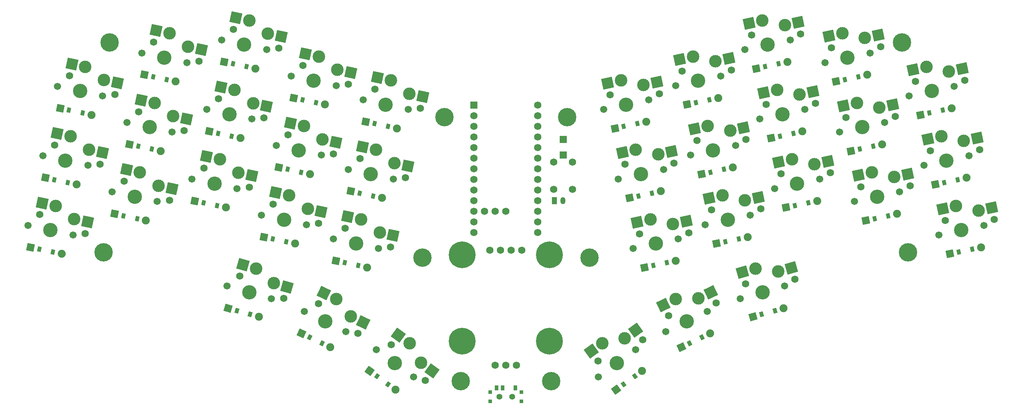
<source format=gbr>
%TF.GenerationSoftware,KiCad,Pcbnew,8.0.1*%
%TF.CreationDate,2025-12-13T21:48:51+01:00*%
%TF.ProjectId,fat_cruiser,6661745f-6372-4756-9973-65722e6b6963,v2.0.0*%
%TF.SameCoordinates,Original*%
%TF.FileFunction,Soldermask,Bot*%
%TF.FilePolarity,Negative*%
%FSLAX46Y46*%
G04 Gerber Fmt 4.6, Leading zero omitted, Abs format (unit mm)*
G04 Created by KiCad (PCBNEW 8.0.1) date 2025-12-13 21:48:51*
%MOMM*%
%LPD*%
G01*
G04 APERTURE LIST*
G04 Aperture macros list*
%AMRotRect*
0 Rectangle, with rotation*
0 The origin of the aperture is its center*
0 $1 length*
0 $2 width*
0 $3 Rotation angle, in degrees counterclockwise*
0 Add horizontal line*
21,1,$1,$2,0,0,$3*%
G04 Aperture macros list end*
%ADD10C,1.400000*%
%ADD11R,0.900000X1.250000*%
%ADD12R,0.900000X0.900000*%
%ADD13C,3.429000*%
%ADD14C,1.701800*%
%ADD15C,3.000000*%
%ADD16RotRect,2.600000X2.600000X348.000000*%
%ADD17C,1.752600*%
%ADD18RotRect,2.600000X2.600000X344.000000*%
%ADD19RotRect,2.600000X2.600000X334.000000*%
%ADD20RotRect,2.600000X2.600000X324.000000*%
%ADD21RotRect,2.600000X2.600000X12.000000*%
%ADD22RotRect,2.600000X2.600000X16.000000*%
%ADD23RotRect,2.600000X2.600000X26.000000*%
%ADD24RotRect,2.600000X2.600000X36.000000*%
%ADD25RotRect,0.900000X1.200000X348.000000*%
%ADD26RotRect,1.778000X1.778000X348.000000*%
%ADD27C,1.905000*%
%ADD28RotRect,0.900000X1.200000X344.000000*%
%ADD29RotRect,1.778000X1.778000X344.000000*%
%ADD30RotRect,0.900000X1.200000X334.000000*%
%ADD31RotRect,1.778000X1.778000X334.000000*%
%ADD32RotRect,0.900000X1.200000X324.000000*%
%ADD33RotRect,1.778000X1.778000X324.000000*%
%ADD34RotRect,0.900000X1.200000X12.000000*%
%ADD35RotRect,1.778000X1.778000X12.000000*%
%ADD36RotRect,0.900000X1.200000X16.000000*%
%ADD37RotRect,1.778000X1.778000X16.000000*%
%ADD38RotRect,0.900000X1.200000X26.000000*%
%ADD39RotRect,1.778000X1.778000X26.000000*%
%ADD40RotRect,0.900000X1.200000X36.000000*%
%ADD41RotRect,1.778000X1.778000X36.000000*%
%ADD42R,1.752600X1.752600*%
%ADD43C,6.400000*%
%ADD44C,4.400000*%
%ADD45R,1.800000X1.800000*%
%ADD46R,1.200000X1.700000*%
%ADD47O,1.200000X1.700000*%
G04 APERTURE END LIST*
D10*
%TO.C,T4*%
X153252326Y-142957441D03*
X156252326Y-142957445D03*
%TD*%
D11*
%TO.C,T5*%
X157002326Y-140882443D03*
X154002328Y-140882443D03*
X152502326Y-140882443D03*
D12*
X151052326Y-144057443D03*
X151052326Y-141857443D03*
X158452326Y-141857443D03*
X158452326Y-144057443D03*
%TD*%
D13*
%TO.C,S1*%
X46052596Y-103112955D03*
D14*
X51432408Y-104256469D03*
X40672784Y-101969441D03*
D15*
X51723003Y-100484460D03*
X47289671Y-97292977D03*
D16*
X44086237Y-96612066D03*
X54926436Y-101165371D03*
D17*
X43493689Y-99399787D03*
X54333888Y-103953091D03*
%TD*%
D13*
%TO.C,S2*%
X49587090Y-86484449D03*
D14*
X54966902Y-87627963D03*
X44207278Y-85340935D03*
D15*
X55257497Y-83855954D03*
X50824165Y-80664471D03*
D16*
X47620731Y-79983560D03*
X58460930Y-84536865D03*
D17*
X47028183Y-82771281D03*
X57868382Y-87324585D03*
%TD*%
D13*
%TO.C,S3*%
X53121592Y-69855940D03*
D14*
X58501404Y-70999454D03*
X47741780Y-68712426D03*
D15*
X58791999Y-67227445D03*
X54358667Y-64035962D03*
D16*
X51155233Y-63355051D03*
X61995432Y-67908356D03*
D17*
X50562685Y-66142772D03*
X61402884Y-70696076D03*
%TD*%
D13*
%TO.C,S4*%
X66154191Y-95117597D03*
D14*
X71534003Y-96261111D03*
X60774379Y-93974083D03*
D15*
X71824598Y-92489102D03*
X67391266Y-89297619D03*
D16*
X64187832Y-88616708D03*
X75028031Y-93170013D03*
D17*
X63595284Y-91404429D03*
X74435483Y-95957733D03*
%TD*%
D13*
%TO.C,S5*%
X69688689Y-78489087D03*
D14*
X75068501Y-79632601D03*
X64308877Y-77345573D03*
D15*
X75359096Y-75860592D03*
X70925764Y-72669109D03*
D16*
X67722330Y-71988198D03*
X78562529Y-76541503D03*
D17*
X67129782Y-74775919D03*
X77969981Y-79329223D03*
%TD*%
D13*
%TO.C,S6*%
X73223187Y-61860577D03*
D14*
X78602999Y-63004091D03*
X67843375Y-60717063D03*
D15*
X78893594Y-59232082D03*
X74460262Y-56040599D03*
D16*
X71256828Y-55359688D03*
X82097027Y-59912993D03*
D17*
X70664280Y-58147409D03*
X81504479Y-62700713D03*
%TD*%
D13*
%TO.C,S7*%
X85216228Y-92012973D03*
D14*
X90596040Y-93156487D03*
X79836416Y-90869459D03*
D15*
X90886635Y-89384478D03*
X86453303Y-86192995D03*
D16*
X83249869Y-85512084D03*
X94090068Y-90065389D03*
D17*
X82657321Y-88299805D03*
X93497520Y-92853109D03*
%TD*%
D13*
%TO.C,S8*%
X88750729Y-75384465D03*
D14*
X94130541Y-76527979D03*
X83370917Y-74240951D03*
D15*
X94421136Y-72755970D03*
X89987804Y-69564487D03*
D16*
X86784370Y-68883576D03*
X97624569Y-73436881D03*
D17*
X86191822Y-71671297D03*
X97032021Y-76224601D03*
%TD*%
D13*
%TO.C,S9*%
X92285228Y-58755956D03*
D14*
X97665040Y-59899470D03*
X86905416Y-57612442D03*
D15*
X97955635Y-56127461D03*
X93522303Y-52935978D03*
D16*
X90318869Y-52255067D03*
X101159068Y-56808372D03*
D17*
X89726321Y-55042788D03*
X100566520Y-59596092D03*
%TD*%
D13*
%TO.C,S10*%
X101783326Y-100646122D03*
D14*
X107163138Y-101789636D03*
X96403514Y-99502608D03*
D15*
X107453733Y-98017627D03*
X103020401Y-94826144D03*
D16*
X99816967Y-94145233D03*
X110657166Y-98698538D03*
D17*
X99224419Y-96932954D03*
X110064618Y-101486258D03*
%TD*%
D13*
%TO.C,S11*%
X105317822Y-84017614D03*
D14*
X110697634Y-85161128D03*
X99938010Y-82874100D03*
D15*
X110988229Y-81389119D03*
X106554897Y-78197636D03*
D16*
X103351463Y-77516725D03*
X114191662Y-82070030D03*
D17*
X102758915Y-80304446D03*
X113599114Y-84857750D03*
%TD*%
D13*
%TO.C,S12*%
X108852326Y-67389104D03*
D14*
X114232138Y-68532618D03*
X103472514Y-66245590D03*
D15*
X114522733Y-64760609D03*
X110089401Y-61569126D03*
D16*
X106885967Y-60888215D03*
X117726166Y-65441520D03*
D17*
X106293419Y-63675936D03*
X117133618Y-68229240D03*
%TD*%
D13*
%TO.C,S13*%
X118974162Y-106344828D03*
D14*
X124353974Y-107488342D03*
X113594350Y-105201314D03*
D15*
X124644569Y-103716333D03*
X120211237Y-100524850D03*
D16*
X117007803Y-99843939D03*
X127848002Y-104397244D03*
D17*
X116415255Y-102631660D03*
X127255454Y-107184964D03*
%TD*%
D13*
%TO.C,S14*%
X122508661Y-89716319D03*
D14*
X127888473Y-90859833D03*
X117128849Y-88572805D03*
D15*
X128179068Y-87087824D03*
X123745736Y-83896341D03*
D16*
X120542302Y-83215430D03*
X131382501Y-87768735D03*
D17*
X119949754Y-86003151D03*
X130789953Y-90556455D03*
%TD*%
D13*
%TO.C,S15*%
X126043158Y-73087809D03*
D14*
X131422970Y-74231323D03*
X120663346Y-71944295D03*
D15*
X131713565Y-70459314D03*
X127280233Y-67267831D03*
D16*
X124076799Y-66586920D03*
X134916998Y-71140225D03*
D17*
X123484251Y-69374641D03*
X134324450Y-73927945D03*
%TD*%
D13*
%TO.C,S16*%
X93493716Y-118001879D03*
D14*
X98780655Y-119517884D03*
X88206777Y-116485874D03*
D15*
X99333665Y-115775334D03*
X95133759Y-112282372D03*
D18*
X91985626Y-111379660D03*
X102481797Y-116678047D03*
D17*
X91200060Y-114119255D03*
X101696231Y-119417643D03*
%TD*%
D13*
%TO.C,S17*%
X111617455Y-124958932D03*
D14*
X116560822Y-127369973D03*
X106674088Y-122547891D03*
D15*
X117755317Y-123780310D03*
X114225765Y-119611107D03*
D19*
X111282213Y-118175442D03*
X120698868Y-125215976D03*
D17*
X110032855Y-120737005D03*
X119449508Y-127777539D03*
%TD*%
D13*
%TO.C,S18*%
X128257773Y-134957442D03*
D14*
X132707366Y-138190261D03*
X123808180Y-131724623D03*
D15*
X134507053Y-134862555D03*
X131755095Y-130143791D03*
D20*
X129105564Y-128218794D03*
X137156583Y-136787551D03*
D17*
X127430377Y-130524493D03*
X135481395Y-139093250D03*
%TD*%
D13*
%TO.C,S19*%
X263452058Y-103112957D03*
D14*
X268831870Y-101969443D03*
X258072246Y-104256471D03*
D15*
X267563127Y-98405345D03*
X262214983Y-97292979D03*
D21*
X259011550Y-97973890D03*
X270766561Y-97724434D03*
D17*
X259604098Y-100761610D03*
X271359109Y-100512155D03*
%TD*%
D13*
%TO.C,S20*%
X259917556Y-86484448D03*
D14*
X265297368Y-85340934D03*
X254537744Y-87627962D03*
D15*
X264028625Y-81776836D03*
X258680481Y-80664470D03*
D21*
X255477048Y-81345381D03*
X267232059Y-81095925D03*
D17*
X256069596Y-84133101D03*
X267824607Y-83883646D03*
%TD*%
D13*
%TO.C,S21*%
X256383058Y-69855939D03*
D14*
X261762870Y-68712425D03*
X251003246Y-70999453D03*
D15*
X260494127Y-65148327D03*
X255145983Y-64035961D03*
D21*
X251942550Y-64716872D03*
X263697561Y-64467416D03*
D17*
X252535098Y-67504592D03*
X264290109Y-67255137D03*
%TD*%
D13*
%TO.C,S22*%
X243350457Y-95117597D03*
D14*
X248730269Y-93974083D03*
X237970645Y-96261111D03*
D15*
X247461526Y-90409985D03*
X242113382Y-89297619D03*
D21*
X238909949Y-89978530D03*
X250664960Y-89729074D03*
D17*
X239502497Y-92766250D03*
X251257508Y-92516795D03*
%TD*%
D13*
%TO.C,S23*%
X239815961Y-78489086D03*
D14*
X245195773Y-77345572D03*
X234436149Y-79632600D03*
D15*
X243927030Y-73781474D03*
X238578886Y-72669108D03*
D21*
X235375453Y-73350019D03*
X247130464Y-73100563D03*
D17*
X235968001Y-76137739D03*
X247723012Y-75888284D03*
%TD*%
D13*
%TO.C,S24*%
X236281463Y-61860578D03*
D14*
X241661275Y-60717064D03*
X230901651Y-63004092D03*
D15*
X240392532Y-57152966D03*
X235044388Y-56040600D03*
D21*
X231840955Y-56721511D03*
X243595966Y-56472055D03*
D17*
X232433503Y-59509231D03*
X244188514Y-59259776D03*
%TD*%
D13*
%TO.C,S25*%
X224288421Y-92012973D03*
D14*
X229668233Y-90869459D03*
X218908609Y-93156487D03*
D15*
X228399490Y-87305361D03*
X223051346Y-86192995D03*
D21*
X219847913Y-86873906D03*
X231602924Y-86624450D03*
D17*
X220440461Y-89661626D03*
X232195472Y-89412171D03*
%TD*%
D13*
%TO.C,S26*%
X220753921Y-75384465D03*
D14*
X226133733Y-74240951D03*
X215374109Y-76527979D03*
D15*
X224864990Y-70676853D03*
X219516846Y-69564487D03*
D21*
X216313413Y-70245398D03*
X228068424Y-69995942D03*
D17*
X216905961Y-73033118D03*
X228660972Y-72783663D03*
%TD*%
D13*
%TO.C,S27*%
X217219423Y-58755955D03*
D14*
X222599235Y-57612441D03*
X211839611Y-59899469D03*
D15*
X221330492Y-54048343D03*
X215982348Y-52935977D03*
D21*
X212778915Y-53616888D03*
X224533926Y-53367432D03*
D17*
X213371463Y-56404608D03*
X225126474Y-56155153D03*
%TD*%
D13*
%TO.C,S28*%
X207721323Y-100646123D03*
D14*
X213101135Y-99502609D03*
X202341511Y-101789637D03*
D15*
X211832392Y-95938511D03*
X206484248Y-94826145D03*
D21*
X203280815Y-95507056D03*
X215035826Y-95257600D03*
D17*
X203873363Y-98294776D03*
X215628374Y-98045321D03*
%TD*%
D13*
%TO.C,S29*%
X204186822Y-84017613D03*
D14*
X209566634Y-82874099D03*
X198807010Y-85161127D03*
D15*
X208297891Y-79310001D03*
X202949747Y-78197635D03*
D21*
X199746314Y-78878546D03*
X211501325Y-78629090D03*
D17*
X200338862Y-81666266D03*
X212093873Y-81416811D03*
%TD*%
D13*
%TO.C,S30*%
X200652325Y-67389103D03*
D14*
X206032137Y-66245589D03*
X195272513Y-68532617D03*
D15*
X204763394Y-62681491D03*
X199415250Y-61569125D03*
D21*
X196211817Y-62250036D03*
X207966828Y-62000580D03*
D17*
X196804365Y-65037756D03*
X208559376Y-64788301D03*
%TD*%
D13*
%TO.C,S31*%
X190530488Y-106344830D03*
D14*
X195910300Y-105201316D03*
X185150676Y-107488344D03*
D15*
X194641557Y-101637218D03*
X189293413Y-100524852D03*
D21*
X186089980Y-101205763D03*
X197844991Y-100956307D03*
D17*
X186682528Y-103993483D03*
X198437539Y-103744028D03*
%TD*%
D13*
%TO.C,S32*%
X186995990Y-89716317D03*
D14*
X192375802Y-88572803D03*
X181616178Y-90859831D03*
D15*
X191107059Y-85008705D03*
X185758915Y-83896339D03*
D21*
X182555482Y-84577250D03*
X194310493Y-84327794D03*
D17*
X183148030Y-87364970D03*
X194903041Y-87115515D03*
%TD*%
D13*
%TO.C,S33*%
X183461494Y-73087810D03*
D14*
X188841306Y-71944296D03*
X178081682Y-74231324D03*
D15*
X187572563Y-68380198D03*
X182224419Y-67267832D03*
D21*
X179020986Y-67948743D03*
X190775997Y-67699287D03*
D17*
X179613534Y-70736463D03*
X191368545Y-70487008D03*
%TD*%
D13*
%TO.C,S34*%
X216010934Y-118001879D03*
D14*
X221297873Y-116485874D03*
X210723995Y-119517884D03*
D15*
X219783602Y-113018961D03*
X214370891Y-112282372D03*
D22*
X211222760Y-113185084D03*
X222931734Y-112116249D03*
D17*
X212008326Y-115924680D03*
X223717301Y-114855844D03*
%TD*%
D13*
%TO.C,S35*%
X197887196Y-124958930D03*
D14*
X202830563Y-122547889D03*
X192943829Y-127369971D03*
D15*
X200737274Y-119396597D03*
X195278886Y-119611105D03*
D23*
X192335337Y-121046771D03*
X203680825Y-117960931D03*
D17*
X193584695Y-123608334D03*
X204930183Y-120522494D03*
%TD*%
D13*
%TO.C,S36*%
X181246877Y-134957445D03*
D14*
X185696470Y-131724626D03*
X176797284Y-138190264D03*
D15*
X183087767Y-128984705D03*
X177749555Y-130143794D03*
D24*
X175100023Y-132068791D03*
X185737298Y-127059710D03*
D17*
X176775212Y-134374489D03*
X187412486Y-129365407D03*
%TD*%
D25*
%TO.C,D1*%
X46626977Y-108346749D03*
X43399089Y-107660641D03*
D26*
X41286291Y-107211550D03*
D27*
X48739775Y-108795840D03*
%TD*%
D25*
%TO.C,D2*%
X50161476Y-91718243D03*
X46933588Y-91032135D03*
D26*
X44820790Y-90583044D03*
D27*
X52274274Y-92167334D03*
%TD*%
D25*
%TO.C,D3*%
X53695974Y-75089731D03*
X50468086Y-74403623D03*
D26*
X48355288Y-73954532D03*
D27*
X55808772Y-75538822D03*
%TD*%
D25*
%TO.C,D4*%
X66728576Y-100351391D03*
X63500688Y-99665283D03*
D26*
X61387890Y-99216192D03*
D27*
X68841374Y-100800482D03*
%TD*%
D25*
%TO.C,D5*%
X70263074Y-83722877D03*
X67035186Y-83036769D03*
D26*
X64922388Y-82587678D03*
D27*
X72375872Y-84171968D03*
%TD*%
D25*
%TO.C,D6*%
X73797575Y-67094369D03*
X70569687Y-66408261D03*
D26*
X68456889Y-65959170D03*
D27*
X75910373Y-67543460D03*
%TD*%
D25*
%TO.C,D7*%
X85790616Y-97246766D03*
X82562728Y-96560658D03*
D26*
X80449930Y-96111567D03*
D27*
X87903414Y-97695857D03*
%TD*%
D25*
%TO.C,D8*%
X89325111Y-80618257D03*
X86097223Y-79932149D03*
D26*
X83984425Y-79483058D03*
D27*
X91437909Y-81067348D03*
%TD*%
D25*
%TO.C,D9*%
X92859611Y-63989745D03*
X89631723Y-63303637D03*
D26*
X87518925Y-62854546D03*
D27*
X94972409Y-64438836D03*
%TD*%
D25*
%TO.C,D10*%
X102357711Y-105879915D03*
X99129823Y-105193807D03*
D26*
X97017025Y-104744716D03*
D27*
X104470509Y-106329006D03*
%TD*%
D25*
%TO.C,D11*%
X105892213Y-89251404D03*
X102664325Y-88565296D03*
D26*
X100551527Y-88116205D03*
D27*
X108005011Y-89700495D03*
%TD*%
D25*
%TO.C,D12*%
X109426709Y-72622899D03*
X106198821Y-71936791D03*
D26*
X104086023Y-71487700D03*
D27*
X111539507Y-73071990D03*
%TD*%
D25*
%TO.C,D13*%
X119548547Y-111578618D03*
X116320659Y-110892510D03*
D26*
X114207861Y-110443419D03*
D27*
X121661345Y-112027709D03*
%TD*%
D25*
%TO.C,D14*%
X123083043Y-94950109D03*
X119855155Y-94264001D03*
D26*
X117742357Y-93814910D03*
D27*
X125195841Y-95399200D03*
%TD*%
D25*
%TO.C,D15*%
X126617541Y-78321601D03*
X123389653Y-77635493D03*
D26*
X121276855Y-77186402D03*
D27*
X128730339Y-78770692D03*
%TD*%
D28*
%TO.C,D16*%
X93701609Y-123262988D03*
X90529445Y-122353388D03*
D29*
X88453120Y-121758010D03*
D27*
X95777934Y-123858366D03*
%TD*%
D30*
%TO.C,D17*%
X110908607Y-130176215D03*
X107942587Y-128729591D03*
D31*
X106001192Y-127782709D03*
D27*
X112850002Y-131123097D03*
%TD*%
D32*
%TO.C,D18*%
X126653724Y-139972374D03*
X123983968Y-138032682D03*
D33*
X122236492Y-136763066D03*
D27*
X128401200Y-141241990D03*
%TD*%
D34*
%TO.C,D19*%
X266105559Y-107660640D03*
X262877671Y-108346748D03*
D35*
X260764873Y-108795839D03*
D27*
X268218357Y-107211549D03*
%TD*%
D34*
%TO.C,D20*%
X262571058Y-91032130D03*
X259343170Y-91718238D03*
D35*
X257230372Y-92167329D03*
D27*
X264683856Y-90583039D03*
%TD*%
D34*
%TO.C,D21*%
X259036561Y-74403621D03*
X255808673Y-75089729D03*
D35*
X253695875Y-75538820D03*
D27*
X261149359Y-73954530D03*
%TD*%
D34*
%TO.C,D22*%
X246003959Y-99665282D03*
X242776071Y-100351390D03*
D35*
X240663273Y-100800481D03*
D27*
X248116757Y-99216191D03*
%TD*%
D34*
%TO.C,D23*%
X242469461Y-83036771D03*
X239241573Y-83722879D03*
D35*
X237128775Y-84171970D03*
D27*
X244582259Y-82587680D03*
%TD*%
D34*
%TO.C,D24*%
X238934965Y-66408260D03*
X235707077Y-67094368D03*
D35*
X233594279Y-67543459D03*
D27*
X241047763Y-65959169D03*
%TD*%
D34*
%TO.C,D25*%
X226941923Y-96560658D03*
X223714035Y-97246766D03*
D35*
X221601237Y-97695857D03*
D27*
X229054721Y-96111567D03*
%TD*%
D34*
%TO.C,D26*%
X223407426Y-79932148D03*
X220179538Y-80618256D03*
D35*
X218066740Y-81067347D03*
D27*
X225520224Y-79483057D03*
%TD*%
D34*
%TO.C,D27*%
X219872926Y-63303638D03*
X216645038Y-63989746D03*
D35*
X214532240Y-64438837D03*
D27*
X221985724Y-62854547D03*
%TD*%
D34*
%TO.C,D28*%
X210374824Y-105193805D03*
X207146936Y-105879913D03*
D35*
X205034138Y-106329004D03*
D27*
X212487622Y-104744714D03*
%TD*%
D34*
%TO.C,D29*%
X206840323Y-88565298D03*
X203612435Y-89251406D03*
D35*
X201499637Y-89700497D03*
D27*
X208953121Y-88116207D03*
%TD*%
D34*
%TO.C,D30*%
X203305826Y-71936789D03*
X200077938Y-72622897D03*
D35*
X197965140Y-73071988D03*
D27*
X205418624Y-71487698D03*
%TD*%
D34*
%TO.C,D31*%
X193183992Y-110892512D03*
X189956104Y-111578620D03*
D35*
X187843306Y-112027711D03*
D27*
X195296790Y-110443421D03*
%TD*%
D34*
%TO.C,D32*%
X189649494Y-94264005D03*
X186421606Y-94950113D03*
D35*
X184308808Y-95399204D03*
D27*
X191762292Y-93814914D03*
%TD*%
D34*
%TO.C,D33*%
X186114992Y-77635493D03*
X182887104Y-78321601D03*
D35*
X180774306Y-78770692D03*
D27*
X188227790Y-77186402D03*
%TD*%
D36*
%TO.C,D34*%
X218975205Y-122353386D03*
X215803041Y-123262990D03*
D37*
X213726716Y-123858366D03*
D27*
X221051530Y-121758010D03*
%TD*%
D38*
%TO.C,D35*%
X201562062Y-128729590D03*
X198596042Y-130176214D03*
D39*
X196654647Y-131123096D03*
D27*
X203503457Y-127782708D03*
%TD*%
D40*
%TO.C,D36*%
X185520683Y-138032684D03*
X182850927Y-139972376D03*
D41*
X181103451Y-141241992D03*
D27*
X187268159Y-136763068D03*
%TD*%
D42*
%TO.C,MCU1*%
X147132326Y-73206320D03*
D17*
X147132326Y-75746320D03*
X147132326Y-78286320D03*
X147132326Y-80826320D03*
X147132327Y-83366320D03*
X147132326Y-85906320D03*
X147132325Y-88446320D03*
X147132325Y-90986320D03*
X147132326Y-93526320D03*
X147132327Y-96066320D03*
X147132326Y-98606320D03*
X147132326Y-101146320D03*
X147132326Y-103686320D03*
X162372326Y-73206320D03*
X162372326Y-75746320D03*
X162372326Y-78286320D03*
X162372326Y-80826320D03*
X162372325Y-83366320D03*
X162372326Y-85906320D03*
X162372327Y-88446320D03*
X162372327Y-90986320D03*
X162372326Y-93526320D03*
X162372325Y-96066320D03*
X162372326Y-98606320D03*
X162372326Y-101146320D03*
X162372326Y-103686320D03*
X149672326Y-98606320D03*
X152212326Y-98606320D03*
X154752326Y-98606320D03*
%TD*%
D43*
%TO.C,OLED1*%
X165177326Y-109044829D03*
X144327326Y-109044829D03*
X144327326Y-129644829D03*
X165177326Y-129644829D03*
D17*
X158562326Y-107894830D03*
X156022326Y-107894829D03*
X153482326Y-107894829D03*
X150942326Y-107894830D03*
%TD*%
D44*
%TO.C,MH1*%
X58727408Y-108414042D03*
%TD*%
%TO.C,MH2*%
X250777239Y-108414043D03*
%TD*%
%TO.C,MH3*%
X134820151Y-109712996D03*
%TD*%
%TO.C,MH4*%
X174684498Y-109712998D03*
%TD*%
%TO.C,MH5*%
X140128484Y-76081737D03*
%TD*%
%TO.C,MH6*%
X169376166Y-76081737D03*
%TD*%
%TO.C,MH7*%
X143952325Y-139207444D03*
%TD*%
%TO.C,MH8*%
X165552326Y-139207442D03*
%TD*%
%TO.C,MH9*%
X60194918Y-58222345D03*
%TD*%
%TO.C,MH10*%
X249309731Y-58222345D03*
%TD*%
D17*
%TO.C,T6*%
X154752323Y-135457446D03*
X157292323Y-135457446D03*
X152212323Y-135457446D03*
%TD*%
D45*
%TO.C,B1*%
X168432324Y-85137809D03*
X168432324Y-81437809D03*
%TD*%
D17*
%TO.C,B2*%
X166182326Y-86837812D03*
X166182326Y-93337812D03*
X170682326Y-93337812D03*
X170682326Y-86837812D03*
%TD*%
D46*
%TO.C,JST1*%
X166352324Y-96037810D03*
D47*
X168352324Y-96037810D03*
%TD*%
M02*

</source>
